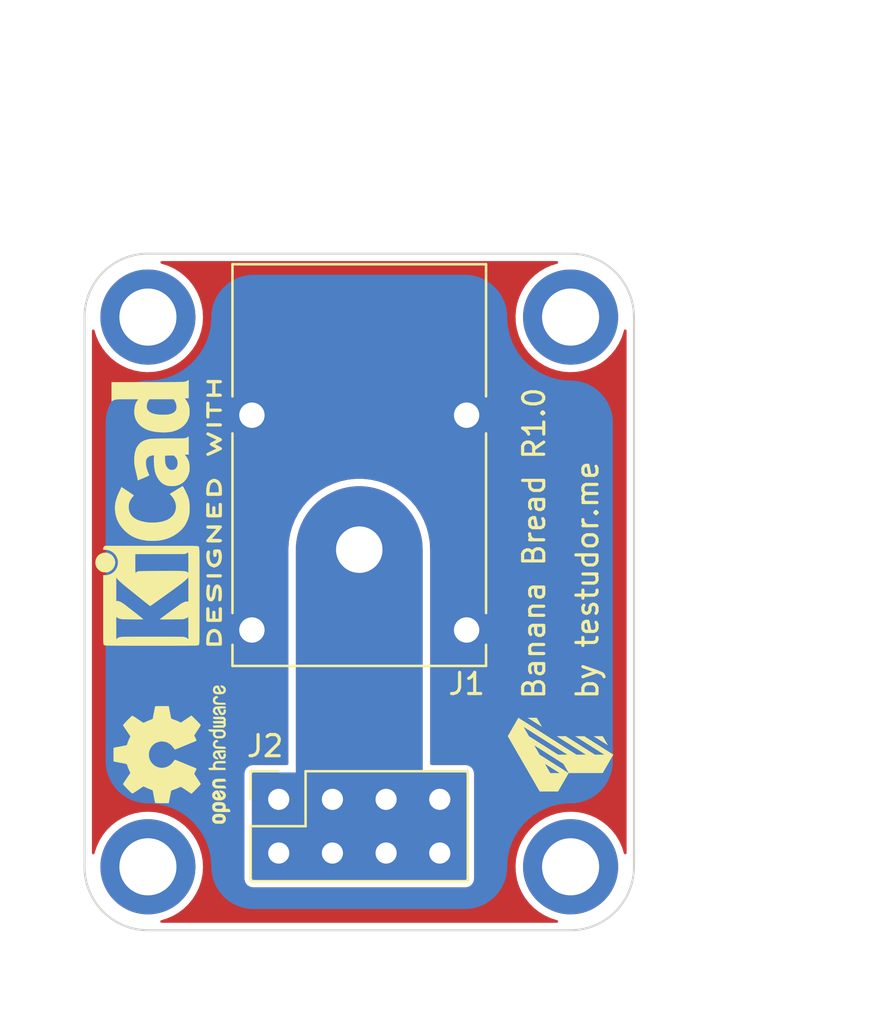
<source format=kicad_pcb>
(kicad_pcb (version 20211014) (generator pcbnew)
  (layers (0 "F.Cu" signal) (31 "B.Cu" signal) (34 "B.Paste" user) (35 "F.Paste" user) (36 "B.SilkS" user "B.Silkscreen") (37 "F.SilkS" user "F.Silkscreen") (38 "B.Mask" user) (39 "F.Mask" user) (44 "Edge.Cuts" user))
  (net 0 "")
  (net 1 "Net-(J1-Pad1)")
  (net 2 "unconnected-(J1-PadMP)")
  (footprint "MountingHole:MountingHole_2.7mm_M2.5_ISO14580_Pad_TopBottom" (layer "F.Cu") (at 170 79)
    (fp_text reference "H4" hide)
    (fp_text value "MountingHole" hide)
    (pad "1" thru_hole circle locked (at 0 0) (size 3.1 3.1) (drill 2.7) (layers *.Cu *.Mask))
    (pad "1" connect circle locked (at 0 0) (size 4.5 4.5) (layers "F.Cu" "F.Mask"))
    (pad "1" connect circle locked (at 0 0) (size 4.5 4.5) (layers "B.Cu" "B.Mask"))
  )
  (footprint "Custom_Connectors:SWEB 8094" (layer "F.Cu") (at 160 90)
    (fp_text reference "J1" (at 5.08 6.35 unlocked) (layer "F.SilkS"))
    (fp_text value "Conn_01x01_MountingPin")
    (pad "1" thru_hole circle locked (at 0 0) (size 6 6) (drill 2.2) (layers *.Cu *.Mask) (net 1 "Net-(J1-Pad1)"))
    (pad "MP" thru_hole circle locked (at 5.08 3.8) (size 1.9 1.9) (drill 1.2) (layers *.Cu *.Mask) (net 2 "unconnected-(J1-PadMP)"))
    (pad "MP" thru_hole circle locked (at 5.08 -6.36) (size 1.9 1.9) (drill 1.2) (layers *.Cu *.Mask) (net 2 "unconnected-(J1-PadMP)"))
    (pad "MP" thru_hole circle locked (at -5.08 -6.36) (size 1.9 1.9) (drill 1.2) (layers *.Cu *.Mask) (net 2 "unconnected-(J1-PadMP)"))
    (pad "MP" thru_hole circle locked (at -5.08 3.8) (size 1.9 1.9) (drill 1.2) (layers *.Cu *.Mask) (net 2 "unconnected-(J1-PadMP)"))
  )
  (footprint "Connector_PinSocket_2.54mm:PinSocket_2x04_P2.54mm_Vertical" (layer "F.Cu") (at 156.19 101.81 90)
    (fp_text reference "J2" (at 2.52 -0.645 180) (layer "F.SilkS"))
    (fp_text value "Conn_02x04_Top_Bottom")
    (pad "1" thru_hole rect locked (at 0 0 90) (size 1.7 1.7) (drill 1) (layers *.Cu *.Mask) (net 1 "Net-(J1-Pad1)"))
    (pad "2" thru_hole oval locked (at -2.54 0 90) (size 1.7 1.7) (drill 1) (layers *.Cu *.Mask) (net 1 "Net-(J1-Pad1)"))
    (pad "3" thru_hole oval locked (at 0 2.54 90) (size 1.7 1.7) (drill 1) (layers *.Cu *.Mask) (net 1 "Net-(J1-Pad1)"))
    (pad "4" thru_hole oval locked (at -2.54 2.54 90) (size 1.7 1.7) (drill 1) (layers *.Cu *.Mask) (net 1 "Net-(J1-Pad1)"))
    (pad "5" thru_hole oval locked (at 0 5.08 90) (size 1.7 1.7) (drill 1) (layers *.Cu *.Mask) (net 1 "Net-(J1-Pad1)"))
    (pad "6" thru_hole oval locked (at -2.54 5.08 90) (size 1.7 1.7) (drill 1) (layers *.Cu *.Mask) (net 1 "Net-(J1-Pad1)"))
    (pad "7" thru_hole oval locked (at 0 7.62 90) (size 1.7 1.7) (drill 1) (layers *.Cu *.Mask) (net 1 "Net-(J1-Pad1)"))
    (pad "8" thru_hole oval locked (at -2.54 7.62 90) (size 1.7 1.7) (drill 1) (layers *.Cu *.Mask) (net 1 "Net-(J1-Pad1)"))
  )
  (footprint "Symbol:KiCad-Logo2_5mm_SilkScreen" (layer "F.Cu") (at 150.495 88.265 90)
    (fp_text reference "LOGO1" hide)
    (fp_text value "KiCad-Logo2_5mm_SilkScreen" hide)
  )
  (footprint "MountingHole:MountingHole_2.7mm_M2.5_ISO14580_Pad_TopBottom" (layer "F.Cu") (at 170 105)
    (fp_text reference "H2" hide)
    (fp_text value "MountingHole" hide)
    (pad "1" thru_hole circle locked (at 0 0) (size 3.1 3.1) (drill 2.7) (layers *.Cu *.Mask))
    (pad "1" connect circle locked (at 0 0) (size 4.5 4.5) (layers "B.Cu" "B.Mask"))
    (pad "1" connect circle locked (at 0 0) (size 4.5 4.5) (layers "F.Cu" "F.Mask"))
  )
  (footprint "MountingHole:MountingHole_2.7mm_M2.5_ISO14580_Pad_TopBottom" (layer "F.Cu") (at 150 105)
    (fp_text reference "H3" hide)
    (fp_text value "MountingHole" hide)
    (pad "1" thru_hole circle locked (at 0 0) (size 3.1 3.1) (drill 2.7) (layers *.Cu *.Mask))
    (pad "1" connect circle locked (at 0 0) (size 4.5 4.5) (layers "F.Cu" "F.Mask"))
    (pad "1" connect circle locked (at 0 0) (size 4.5 4.5) (layers "B.Cu" "B.Mask"))
  )
  (footprint "MountingHole:MountingHole_2.7mm_M2.5_ISO14580_Pad_TopBottom" (layer "F.Cu") (at 150 79)
    (fp_text reference "H1" hide)
    (fp_text value "MountingHole" hide)
    (pad "1" connect circle locked (at 0 0) (size 4.5 4.5) (layers "F.Cu" "F.Mask"))
    (pad "1" thru_hole circle locked (at 0 0) (size 3.1 3.1) (drill 2.7) (layers *.Cu *.Mask))
    (pad "1" connect circle locked (at 0 0) (size 4.5 4.5) (layers "B.Cu" "B.Mask"))
  )
  (footprint "Custom_Symbols:Testudor-Logo_5mm_SilkScreen" (layer "F.Cu") (at 169.525 99.695 90)
    (fp_text reference "LOGO2" hide)
    (fp_text value "Testudor-Logo_5mm_SilkScreen" hide)
  )
  (footprint "Symbol:OSHW-Logo2_7.3x6mm_SilkScreen" (layer "F.Cu") (at 151.13 99.695 90)
    (fp_text reference "LOGO3" hide)
    (fp_text value "OSHW-Logo2_7.3x6mm_SilkScreen" hide)
  )
  (gr_line locked (start 147 79) (end 147 105) (layer "Edge.Cuts") (width 0.1))
  (gr_arc locked (start 147 79) (mid 147.87868 76.87868) (end 150 76) (layer "Edge.Cuts") (width 0.1))
  (gr_arc locked (start 150 108) (mid 147.87868 107.12132) (end 147 105) (layer "Edge.Cuts") (width 0.1))
  (gr_line locked (start 173 105) (end 173 79) (layer "Edge.Cuts") (width 0.1))
  (gr_arc locked (start 170 76) (mid 172.12132 76.87868) (end 173 79) (layer "Edge.Cuts") (width 0.1))
  (gr_line locked (start 150 108) (end 170 108) (layer "Edge.Cuts") (width 0.1))
  (gr_arc locked (start 173 105) (mid 172.12132 107.12132) (end 170 108) (layer "Edge.Cuts") (width 0.1))
  (gr_line locked (start 170 76) (end 150 76) (layer "Edge.Cuts") (width 0.1))
  (gr_text "Banana Bread R1.0" (at 168.275 97.155 90) (layer "F.SilkS") (effects (font (size 1 1)) (justify left)))
  (gr_text "by testudor.me" (at 170.795 97.155 90) (layer "F.SilkS") (effects (font (size 1 1)) (justify left)))
  (zone locked (net 2) (net_name "unconnected-(J1-PadMP)") (layers F&B.Cu) (connect_pads yes (clearance 0.35)) (min_thickness 0.127) (fill yes (thermal_gap 0.508) (thermal_bridge_width 0.508))
    (polygon (pts (xy 173 108) (xy 147 108) (xy 147 76) (xy 173 76)))
  )
  (zone locked (net 1) (net_name "Net-(J1-Pad1)") (layers F&B.Cu) (priority 1) (connect_pads yes (clearance 0.35)) (min_thickness 0.127) (fill yes (thermal_gap 0.508) (thermal_bridge_width 0.508))
    (polygon (pts (xy 163 90) (xy 163 100.54) (xy 165.08 100.54) (xy 165.08 105.62) (xy 154.92 105.62) (xy 154.92 100.54) (xy 157 100.54) (xy 157 90) (xy 158.73 90) (xy 161.27 90)))
  )
  (zone locked (net 0) (net_name "") (layers "B.Cu" "Edge.Cuts") (connect_pads (clearance 0)) (min_thickness 0.254)
    (keepout (tracks not_allowed) (vias not_allowed) (pads not_allowed) (copperpour not_allowed) (footprints allowed))
    (fill (thermal_gap 0.508) (thermal_bridge_width 0.508))
    (polygon (pts (xy 153 79) (xy 153.002548 78.857139) (xy 153.04321 78.574326) (xy 153.123707 78.300179) (xy 153.2424 78.040278) (xy 153.396873 77.799914) (xy 153.58398 77.58398) (xy 153.799914 77.396873) (xy 154.040278 77.2424) (xy 154.300179 77.123707) (xy 154.574326 77.04321) (xy 154.857139 77.002548) (xy 155 77) (xy 165 77) (xy 165.142861 77.002548) (xy 165.425674 77.04321) (xy 165.699821 77.123707) (xy 165.959722 77.2424) (xy 166.200086 77.396873) (xy 166.41602 77.58398) (xy 166.603127 77.799914) (xy 166.7576 78.040278) (xy 166.876293 78.300179) (xy 166.95679 78.574326) (xy 166.997452 78.857139) (xy 167 79) (xy 167.00236 79.168344) (xy 167.040057 79.502915) (xy 167.114977 79.831161) (xy 167.226178 80.148955) (xy 167.372261 80.4523) (xy 167.55139 80.737382) (xy 167.761311 81.000615) (xy 167.999385 81.238689) (xy 168.262618 81.44861) (xy 168.5477 81.627739) (xy 168.851045 81.773822) (xy 169.168839 81.885023) (xy 169.497085 81.959943) (xy 169.831656 81.99764) (xy 170 82) (xy 170.142861 82.002548) (xy 170.425674 82.04321) (xy 170.699821 82.123707) (xy 170.959722 82.2424) (xy 171.200086 82.396873) (xy 171.41602 82.58398) (xy 171.603127 82.799914) (xy 171.7576 83.040278) (xy 171.876293 83.300179) (xy 171.95679 83.574326) (xy 171.997452 83.857139) (xy 172 84) (xy 172 92) (xy 177 92) (xy 177 72) (xy 171.767766 77.232203) (xy 172.033676 77.541564) (xy 172.201051 77.809097) (xy 172.333425 78.095566) (xy 172.428696 78.396417) (xy 172.485346 78.706866) (xy 172.502477 79.021976) (xy 172.479815 79.336737) (xy 172.417721 79.646143) (xy 172.317182 79.945275) (xy 172.179796 80.229375) (xy 172.007749 80.493927) (xy 171.803776 80.734723) (xy 171.571121 80.947935) (xy 171.313483 81.130173) (xy 171.034959 81.278538) (xy 170.739978 81.390671) (xy 170.43323 81.464789) (xy 170.119593 81.499714) (xy 169.804055 81.494891) (xy 169.491632 81.450395) (xy 169.187293 81.366935) (xy 168.895877 81.245838) (xy 168.622018 81.089029) (xy 168.370071 80.899001) (xy 168.144042 80.678777) (xy 167.947525 80.431858) (xy 167.783644 80.162171) (xy 167.655007 79.874004) (xy 167.563659 79.571939) (xy 167.511051 79.26078) (xy 167.498021 78.945474) (xy 167.524775 78.631034) (xy 167.590889 78.322462) (xy 167.695311 78.024664) (xy 167.83638 77.742375) (xy 168.011853 77.480083) (xy 168.218941 77.24196) (xy 168.45435 77.031793) (xy 168.714337 76.852922) (xy 168.994767 76.708193) (xy 169.291182 76.599906) (xy 169.598868 76.529784) (xy 169.912933 76.498942) (xy 170.228382 76.507869) (xy 170.540199 76.556425) (xy 170.843427 76.643837) (xy 171.133243 76.768715) (xy 171.405039 76.929073) (xy 171.654493 77.122361) (xy 171.767767 77.232233) (xy 177 72) (xy 143 72) (xy 148.232233 77.232233) (xy 148.345507 77.122361) (xy 148.594961 76.929073) (xy 148.866757 76.768715) (xy 149.156573 76.643837) (xy 149.459801 76.556425) (xy 149.771618 76.507869) (xy 150.087067 76.498942) (xy 150.401132 76.529784) (xy 150.708818 76.599906) (xy 151.005233 76.708193) (xy 151.285663 76.852922) (xy 151.54565 77.031793) (xy 151.781059 77.24196) (xy 151.988147 77.480083) (xy 152.16362 77.742375) (xy 152.304689 78.024664) (xy 152.409111 78.322462) (xy 152.475225 78.631034) (xy 152.501979 78.945474) (xy 152.488949 79.26078) (xy 152.436341 79.571939) (xy 152.344993 79.874004) (xy 152.216356 80.162171) (xy 152.052475 80.431858) (xy 151.855958 80.678777) (xy 151.629929 80.899001) (xy 151.377982 81.089029) (xy 151.104123 81.245838) (xy 150.812707 81.366935) (xy 150.508368 81.450395) (xy 150.195945 81.494891) (xy 149.880407 81.499714) (xy 149.56677 81.464789) (xy 149.260022 81.390671) (xy 148.965041 81.278538) (xy 148.686517 81.130173) (xy 148.428879 80.947935) (xy 148.196224 80.734723) (xy 147.992251 80.493927) (xy 147.820204 80.229375) (xy 147.682818 79.945275) (xy 147.582279 79.646143) (xy 147.520185 79.336737) (xy 147.497523 79.021976) (xy 147.514654 78.706866) (xy 147.571304 78.396417) (xy 147.666575 78.095566) (xy 147.798949 77.809097) (xy 147.966324 77.541564) (xy 148.232431 77.231981) (xy 143 72) (xy 143 112) (xy 148.232769 106.767568) (xy 147.966324 106.458436) (xy 147.798949 106.190903) (xy 147.666575 105.904434) (xy 147.571304 105.603583) (xy 147.514654 105.293134) (xy 147.497523 104.978024) (xy 147.520185 104.663263) (xy 147.582279 104.353857) (xy 147.682818 104.054725) (xy 147.820204 103.770625) (xy 147.992251 103.506073) (xy 148.196224 103.265277) (xy 148.428879 103.052065) (xy 148.686517 102.869827) (xy 148.965041 102.721462) (xy 149.260022 102.609329) (xy 149.56677 102.535211) (xy 149.880407 102.500286) (xy 150.195945 102.505109) (xy 150.508368 102.549605) (xy 150.812707 102.633065) (xy 151.104123 102.754162) (xy 151.377982 102.910971) (xy 151.629929 103.100999) (xy 151.855958 103.321223) (xy 152.052475 103.568142) (xy 152.216356 103.837829) (xy 152.344993 104.125996) (xy 152.436341 104.428061) (xy 152.488949 104.73922) (xy 152.501979 105.054526) (xy 152.475225 105.368966) (xy 152.409111 105.677538) (xy 152.304689 105.975336) (xy 152.16362 106.257625) (xy 151.988147 106.519917) (xy 151.781059 106.75804) (xy 151.54565 106.968207) (xy 151.285663 107.147078) (xy 151.005233 107.291807) (xy 150.708818 107.400094) (xy 150.401132 107.470216) (xy 150.087067 107.501058) (xy 149.771618 107.492131) (xy 149.459801 107.443575) (xy 149.156573 107.356163) (xy 148.866757 107.231285) (xy 148.594961 107.070927) (xy 148.345507 106.877639) (xy 148.232233 106.767767) (xy 143 112) (xy 177 112) (xy 171.767767 106.767767) (xy 171.654493 106.877639) (xy 171.405039 107.070927) (xy 171.133243 107.231285) (xy 170.843427 107.356163) (xy 170.540199 107.443575) (xy 170.228382 107.492131) (xy 169.912933 107.501058) (xy 169.598868 107.470216) (xy 169.291182 107.400094) (xy 168.994767 107.291807) (xy 168.714337 107.147078) (xy 168.45435 106.968207) (xy 168.218941 106.75804) (xy 168.011853 106.519917) (xy 167.83638 106.257625) (xy 167.695311 105.975336) (xy 167.590889 105.677538) (xy 167.524775 105.368966) (xy 167.498021 105.054526) (xy 167.511051 104.73922) (xy 167.563659 104.428061) (xy 167.655007 104.125996) (xy 167.783644 103.837829) (xy 167.947525 103.568142) (xy 168.144042 103.321223) (xy 168.370071 103.100999) (xy 168.622018 102.910971) (xy 168.895877 102.754162) (xy 169.187293 102.633065) (xy 169.491632 102.549605) (xy 169.804055 102.505109) (xy 170.119593 102.500286) (xy 170.43323 102.535211) (xy 170.739978 102.609329) (xy 171.034959 102.721462) (xy 171.313483 102.869827) (xy 171.571121 103.052065) (xy 171.803776 103.265277) (xy 172.007749 103.506073) (xy 172.179796 103.770625) (xy 172.317182 104.054725) (xy 172.417721 104.353857) (xy 172.479815 104.663263) (xy 172.502477 104.978024) (xy 172.485346 105.293134) (xy 172.428696 105.603583) (xy 172.333425 105.904434) (xy 172.201051 106.190903) (xy 172.033676 106.458436) (xy 171.768908 106.768244) (xy 177 112) (xy 177 92) (xy 172 92) (xy 172 100) (xy 171.997452 100.142861) (xy 171.95679 100.425674) (xy 171.876293 100.699821) (xy 171.7576 100.959722) (xy 171.603127 101.200086) (xy 171.41602 101.41602) (xy 171.200086 101.603127) (xy 170.959722 101.7576) (xy 170.699821 101.876293) (xy 170.425674 101.95679) (xy 170.142861 101.997452) (xy 170 102) (xy 169.831656 102.00236) (xy 169.497085 102.040057) (xy 169.168839 102.114977) (xy 168.851045 102.226178) (xy 168.5477 102.372261) (xy 168.262618 102.55139) (xy 167.999385 102.761311) (xy 167.761311 102.999385) (xy 167.55139 103.262618) (xy 167.372261 103.5477) (xy 167.226178 103.851045) (xy 167.114977 104.168839) (xy 167.040057 104.497085) (xy 167.00236 104.831656) (xy 167 105) (xy 166.997452 105.142861) (xy 166.95679 105.425674) (xy 166.876293 105.699821) (xy 166.7576 105.959722) (xy 166.603127 106.200086) (xy 166.41602 106.41602) (xy 166.200086 106.603127) (xy 165.959722 106.7576) (xy 165.699821 106.876293) (xy 165.425674 106.95679) (xy 165.142861 106.997452) (xy 165 107) (xy 155 107) (xy 154.857139 106.997452) (xy 154.574326 106.95679) (xy 154.300179 106.876293) (xy 154.040278 106.7576) (xy 153.799914 106.603127) (xy 153.58398 106.41602) (xy 153.396873 106.200086) (xy 153.2424 105.959722) (xy 153.123707 105.699821) (xy 153.04321 105.425674) (xy 153.002548 105.142861) (xy 153 105) (xy 152.99764 104.831656) (xy 152.959943 104.497085) (xy 152.885023 104.168839) (xy 152.773822 103.851045) (xy 152.627739 103.5477) (xy 152.44861 103.262618) (xy 152.238689 102.999385) (xy 152.000615 102.761311) (xy 151.737382 102.55139) (xy 151.4523 102.372261) (xy 151.148955 102.226178) (xy 150.831161 102.114977) (xy 150.502915 102.040057) (xy 150.168344 102.00236) (xy 150 102) (xy 149.857139 101.997452) (xy 149.574326 101.95679) (xy 149.300179 101.876293) (xy 149.040278 101.7576) (xy 148.799914 101.603127) (xy 148.58398 101.41602) (xy 148.396873 101.200086) (xy 148.2424 100.959722) (xy 148.123707 100.699821) (xy 148.04321 100.425674) (xy 148.002548 100.142861) (xy 148 100) (xy 148 84) (xy 148.002548 83.857139) (xy 148.04321 83.574326) (xy 148.123707 83.300179) (xy 148.2424 83.040278) (xy 148.396873 82.799914) (xy 148.58398 82.58398) (xy 148.799914 82.396873) (xy 149.040278 82.2424) (xy 149.300179 82.123707) (xy 149.574326 82.04321) (xy 149.857139 82.002548) (xy 150 82) (xy 150.168344 81.99764) (xy 150.502915 81.959943) (xy 150.831161 81.885023) (xy 151.148955 81.773822) (xy 151.4523 81.627739) (xy 151.737382 81.44861) (xy 152.000615 81.238689) (xy 152.238689 81.000615) (xy 152.44861 80.737382) (xy 152.627739 80.4523) (xy 152.773822 80.148955) (xy 152.885023 79.831161) (xy 152.959943 79.502915) (xy 152.99764 79.168344)))
  )
)
</source>
